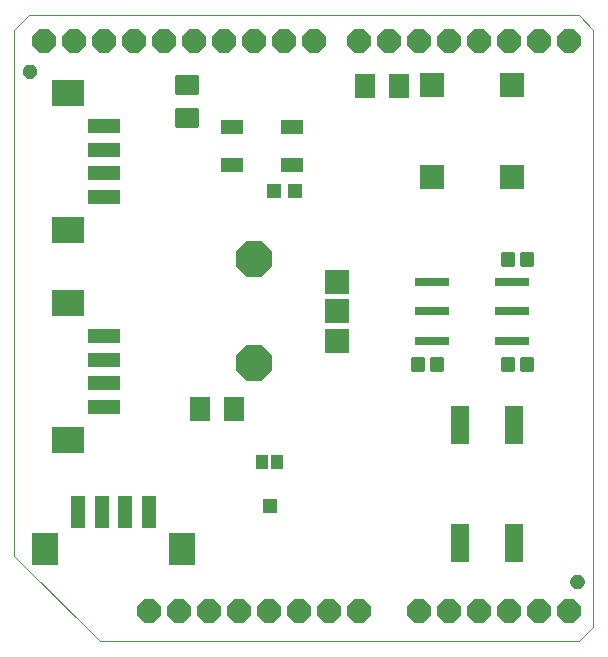
<source format=gts>
G75*
%MOIN*%
%OFA0B0*%
%FSLAX25Y25*%
%IPPOS*%
%LPD*%
%AMOC8*
5,1,8,0,0,1.08239X$1,22.5*
%
%ADD10C,0.00004*%
%ADD11R,0.07087X0.07886*%
%ADD12R,0.06299X0.12992*%
%ADD13R,0.11614X0.02756*%
%ADD14R,0.08187X0.08187*%
%ADD15OC8,0.11811*%
%ADD16R,0.04724X0.10630*%
%ADD17R,0.08661X0.10630*%
%ADD18R,0.10630X0.04724*%
%ADD19R,0.10630X0.08661*%
%ADD20R,0.03937X0.05118*%
%ADD21R,0.04724X0.05118*%
%ADD22OC8,0.07787*%
%ADD23R,0.07287X0.04724*%
%ADD24R,0.05118X0.04724*%
%ADD25R,0.07874X0.07874*%
%ADD26C,0.01299*%
%ADD27C,0.02362*%
%ADD28C,0.00906*%
D10*
X0008874Y0037220D02*
X0037220Y0008874D01*
X0197063Y0008874D01*
X0201787Y0013598D01*
X0201787Y0212811D01*
X0197063Y0217535D01*
X0013598Y0217535D01*
X0008874Y0212811D01*
X0008874Y0037220D01*
D11*
X0070776Y0086374D03*
X0081972Y0086374D03*
X0125776Y0193874D03*
X0136972Y0193874D03*
D12*
X0157516Y0081059D03*
X0175232Y0081059D03*
X0175232Y0041689D03*
X0157516Y0041689D03*
D13*
X0148087Y0109031D03*
X0148087Y0118874D03*
X0148087Y0128717D03*
X0174661Y0128717D03*
X0174661Y0118874D03*
X0174661Y0109031D03*
D14*
X0116433Y0109031D03*
X0116433Y0118874D03*
X0116433Y0128717D03*
D15*
X0088874Y0136197D03*
X0088874Y0101551D03*
D16*
X0053685Y0051874D03*
X0045811Y0051874D03*
X0037937Y0051874D03*
X0030063Y0051874D03*
D17*
X0019039Y0039579D03*
X0064709Y0039579D03*
D18*
X0038874Y0087063D03*
X0038874Y0094937D03*
X0038874Y0102811D03*
X0038874Y0110685D03*
X0038874Y0157063D03*
X0038874Y0164937D03*
X0038874Y0172811D03*
X0038874Y0180685D03*
D19*
X0026579Y0191709D03*
X0026579Y0146039D03*
X0026579Y0121709D03*
X0026579Y0076039D03*
D20*
X0091315Y0068736D03*
X0096433Y0068736D03*
D21*
X0093913Y0054051D03*
D22*
X0093874Y0018874D03*
X0083874Y0018874D03*
X0073874Y0018874D03*
X0063874Y0018874D03*
X0053874Y0018874D03*
X0103874Y0018874D03*
X0113874Y0018874D03*
X0123874Y0018874D03*
X0143874Y0018874D03*
X0153874Y0018874D03*
X0163874Y0018874D03*
X0173874Y0018874D03*
X0183874Y0018874D03*
X0193874Y0018874D03*
X0193874Y0208874D03*
X0183874Y0208874D03*
X0173874Y0208874D03*
X0163874Y0208874D03*
X0153874Y0208874D03*
X0143874Y0208874D03*
X0133874Y0208874D03*
X0123874Y0208874D03*
X0108874Y0208874D03*
X0098874Y0208874D03*
X0088874Y0208874D03*
X0078874Y0208874D03*
X0068874Y0208874D03*
X0058874Y0208874D03*
X0048874Y0208874D03*
X0038874Y0208874D03*
X0028874Y0208874D03*
X0018874Y0208874D03*
D23*
X0081228Y0180173D03*
X0081228Y0167575D03*
X0101520Y0167575D03*
X0101520Y0180173D03*
D24*
X0102220Y0158874D03*
X0095528Y0158874D03*
D25*
X0147988Y0163520D03*
X0174760Y0163520D03*
X0174760Y0194228D03*
X0147988Y0194228D03*
D26*
X0069662Y0191787D02*
X0063086Y0191787D01*
X0063086Y0196985D01*
X0069662Y0196985D01*
X0069662Y0191787D01*
X0069662Y0193085D02*
X0063086Y0193085D01*
X0063086Y0194383D02*
X0069662Y0194383D01*
X0069662Y0195681D02*
X0063086Y0195681D01*
X0063086Y0196979D02*
X0069662Y0196979D01*
X0069662Y0180763D02*
X0063086Y0180763D01*
X0063086Y0185961D01*
X0069662Y0185961D01*
X0069662Y0180763D01*
X0069662Y0182061D02*
X0063086Y0182061D01*
X0063086Y0183359D02*
X0069662Y0183359D01*
X0069662Y0184657D02*
X0063086Y0184657D01*
X0063086Y0185955D02*
X0069662Y0185955D01*
D27*
X0012693Y0198874D02*
X0012695Y0198943D01*
X0012701Y0199011D01*
X0012711Y0199079D01*
X0012725Y0199146D01*
X0012743Y0199213D01*
X0012764Y0199278D01*
X0012790Y0199342D01*
X0012819Y0199404D01*
X0012851Y0199464D01*
X0012887Y0199523D01*
X0012927Y0199579D01*
X0012969Y0199633D01*
X0013015Y0199684D01*
X0013064Y0199733D01*
X0013115Y0199779D01*
X0013169Y0199821D01*
X0013225Y0199861D01*
X0013283Y0199897D01*
X0013344Y0199929D01*
X0013406Y0199958D01*
X0013470Y0199984D01*
X0013535Y0200005D01*
X0013602Y0200023D01*
X0013669Y0200037D01*
X0013737Y0200047D01*
X0013805Y0200053D01*
X0013874Y0200055D01*
X0013943Y0200053D01*
X0014011Y0200047D01*
X0014079Y0200037D01*
X0014146Y0200023D01*
X0014213Y0200005D01*
X0014278Y0199984D01*
X0014342Y0199958D01*
X0014404Y0199929D01*
X0014464Y0199897D01*
X0014523Y0199861D01*
X0014579Y0199821D01*
X0014633Y0199779D01*
X0014684Y0199733D01*
X0014733Y0199684D01*
X0014779Y0199633D01*
X0014821Y0199579D01*
X0014861Y0199523D01*
X0014897Y0199464D01*
X0014929Y0199404D01*
X0014958Y0199342D01*
X0014984Y0199278D01*
X0015005Y0199213D01*
X0015023Y0199146D01*
X0015037Y0199079D01*
X0015047Y0199011D01*
X0015053Y0198943D01*
X0015055Y0198874D01*
X0015053Y0198805D01*
X0015047Y0198737D01*
X0015037Y0198669D01*
X0015023Y0198602D01*
X0015005Y0198535D01*
X0014984Y0198470D01*
X0014958Y0198406D01*
X0014929Y0198344D01*
X0014897Y0198283D01*
X0014861Y0198225D01*
X0014821Y0198169D01*
X0014779Y0198115D01*
X0014733Y0198064D01*
X0014684Y0198015D01*
X0014633Y0197969D01*
X0014579Y0197927D01*
X0014523Y0197887D01*
X0014465Y0197851D01*
X0014404Y0197819D01*
X0014342Y0197790D01*
X0014278Y0197764D01*
X0014213Y0197743D01*
X0014146Y0197725D01*
X0014079Y0197711D01*
X0014011Y0197701D01*
X0013943Y0197695D01*
X0013874Y0197693D01*
X0013805Y0197695D01*
X0013737Y0197701D01*
X0013669Y0197711D01*
X0013602Y0197725D01*
X0013535Y0197743D01*
X0013470Y0197764D01*
X0013406Y0197790D01*
X0013344Y0197819D01*
X0013283Y0197851D01*
X0013225Y0197887D01*
X0013169Y0197927D01*
X0013115Y0197969D01*
X0013064Y0198015D01*
X0013015Y0198064D01*
X0012969Y0198115D01*
X0012927Y0198169D01*
X0012887Y0198225D01*
X0012851Y0198283D01*
X0012819Y0198344D01*
X0012790Y0198406D01*
X0012764Y0198470D01*
X0012743Y0198535D01*
X0012725Y0198602D01*
X0012711Y0198669D01*
X0012701Y0198737D01*
X0012695Y0198805D01*
X0012693Y0198874D01*
X0195193Y0028874D02*
X0195195Y0028943D01*
X0195201Y0029011D01*
X0195211Y0029079D01*
X0195225Y0029146D01*
X0195243Y0029213D01*
X0195264Y0029278D01*
X0195290Y0029342D01*
X0195319Y0029404D01*
X0195351Y0029464D01*
X0195387Y0029523D01*
X0195427Y0029579D01*
X0195469Y0029633D01*
X0195515Y0029684D01*
X0195564Y0029733D01*
X0195615Y0029779D01*
X0195669Y0029821D01*
X0195725Y0029861D01*
X0195783Y0029897D01*
X0195844Y0029929D01*
X0195906Y0029958D01*
X0195970Y0029984D01*
X0196035Y0030005D01*
X0196102Y0030023D01*
X0196169Y0030037D01*
X0196237Y0030047D01*
X0196305Y0030053D01*
X0196374Y0030055D01*
X0196443Y0030053D01*
X0196511Y0030047D01*
X0196579Y0030037D01*
X0196646Y0030023D01*
X0196713Y0030005D01*
X0196778Y0029984D01*
X0196842Y0029958D01*
X0196904Y0029929D01*
X0196964Y0029897D01*
X0197023Y0029861D01*
X0197079Y0029821D01*
X0197133Y0029779D01*
X0197184Y0029733D01*
X0197233Y0029684D01*
X0197279Y0029633D01*
X0197321Y0029579D01*
X0197361Y0029523D01*
X0197397Y0029464D01*
X0197429Y0029404D01*
X0197458Y0029342D01*
X0197484Y0029278D01*
X0197505Y0029213D01*
X0197523Y0029146D01*
X0197537Y0029079D01*
X0197547Y0029011D01*
X0197553Y0028943D01*
X0197555Y0028874D01*
X0197553Y0028805D01*
X0197547Y0028737D01*
X0197537Y0028669D01*
X0197523Y0028602D01*
X0197505Y0028535D01*
X0197484Y0028470D01*
X0197458Y0028406D01*
X0197429Y0028344D01*
X0197397Y0028283D01*
X0197361Y0028225D01*
X0197321Y0028169D01*
X0197279Y0028115D01*
X0197233Y0028064D01*
X0197184Y0028015D01*
X0197133Y0027969D01*
X0197079Y0027927D01*
X0197023Y0027887D01*
X0196965Y0027851D01*
X0196904Y0027819D01*
X0196842Y0027790D01*
X0196778Y0027764D01*
X0196713Y0027743D01*
X0196646Y0027725D01*
X0196579Y0027711D01*
X0196511Y0027701D01*
X0196443Y0027695D01*
X0196374Y0027693D01*
X0196305Y0027695D01*
X0196237Y0027701D01*
X0196169Y0027711D01*
X0196102Y0027725D01*
X0196035Y0027743D01*
X0195970Y0027764D01*
X0195906Y0027790D01*
X0195844Y0027819D01*
X0195783Y0027851D01*
X0195725Y0027887D01*
X0195669Y0027927D01*
X0195615Y0027969D01*
X0195564Y0028015D01*
X0195515Y0028064D01*
X0195469Y0028115D01*
X0195427Y0028169D01*
X0195387Y0028225D01*
X0195351Y0028283D01*
X0195319Y0028344D01*
X0195290Y0028406D01*
X0195264Y0028470D01*
X0195243Y0028535D01*
X0195225Y0028602D01*
X0195211Y0028669D01*
X0195201Y0028737D01*
X0195195Y0028805D01*
X0195193Y0028874D01*
D28*
X0177713Y0099465D02*
X0177713Y0103283D01*
X0181335Y0103283D01*
X0181335Y0099465D01*
X0177713Y0099465D01*
X0177713Y0100370D02*
X0181335Y0100370D01*
X0181335Y0101275D02*
X0177713Y0101275D01*
X0177713Y0102180D02*
X0181335Y0102180D01*
X0181335Y0103085D02*
X0177713Y0103085D01*
X0171413Y0103283D02*
X0171413Y0099465D01*
X0171413Y0103283D02*
X0175035Y0103283D01*
X0175035Y0099465D01*
X0171413Y0099465D01*
X0171413Y0100370D02*
X0175035Y0100370D01*
X0175035Y0101275D02*
X0171413Y0101275D01*
X0171413Y0102180D02*
X0175035Y0102180D01*
X0175035Y0103085D02*
X0171413Y0103085D01*
X0151335Y0103283D02*
X0151335Y0099465D01*
X0147713Y0099465D01*
X0147713Y0103283D01*
X0151335Y0103283D01*
X0151335Y0100370D02*
X0147713Y0100370D01*
X0147713Y0101275D02*
X0151335Y0101275D01*
X0151335Y0102180D02*
X0147713Y0102180D01*
X0147713Y0103085D02*
X0151335Y0103085D01*
X0145035Y0103283D02*
X0145035Y0099465D01*
X0141413Y0099465D01*
X0141413Y0103283D01*
X0145035Y0103283D01*
X0145035Y0100370D02*
X0141413Y0100370D01*
X0141413Y0101275D02*
X0145035Y0101275D01*
X0145035Y0102180D02*
X0141413Y0102180D01*
X0141413Y0103085D02*
X0145035Y0103085D01*
X0175035Y0134465D02*
X0175035Y0138283D01*
X0175035Y0134465D02*
X0171413Y0134465D01*
X0171413Y0138283D01*
X0175035Y0138283D01*
X0175035Y0135370D02*
X0171413Y0135370D01*
X0171413Y0136275D02*
X0175035Y0136275D01*
X0175035Y0137180D02*
X0171413Y0137180D01*
X0171413Y0138085D02*
X0175035Y0138085D01*
X0181335Y0138283D02*
X0181335Y0134465D01*
X0177713Y0134465D01*
X0177713Y0138283D01*
X0181335Y0138283D01*
X0181335Y0135370D02*
X0177713Y0135370D01*
X0177713Y0136275D02*
X0181335Y0136275D01*
X0181335Y0137180D02*
X0177713Y0137180D01*
X0177713Y0138085D02*
X0181335Y0138085D01*
M02*

</source>
